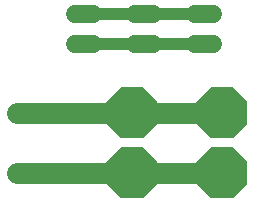
<source format=gbr>
G04 EAGLE Gerber RS-274X export*
G75*
%MOMM*%
%FSLAX34Y34*%
%LPD*%
%INTop Copper*%
%IPPOS*%
%AMOC8*
5,1,8,0,0,1.08239X$1,22.5*%
G01*
%ADD10C,1.524000*%
%ADD11P,4.673760X8X292.500000*%
%ADD12C,1.790700*%
%ADD13C,1.778000*%
%ADD14C,1.016000*%


D10*
X86360Y189230D02*
X71120Y189230D01*
X71120Y214630D02*
X86360Y214630D01*
X172720Y189230D02*
X187960Y189230D01*
X187960Y214630D02*
X172720Y214630D01*
X137160Y189230D02*
X121920Y189230D01*
X121920Y214630D02*
X137160Y214630D01*
D11*
X195580Y130410D03*
X195580Y80410D03*
X119380Y130410D03*
X119380Y80410D03*
D12*
X39434Y130410D02*
X21527Y130410D01*
X21527Y80410D02*
X39434Y80410D01*
D13*
X30480Y130410D02*
X30880Y130810D01*
X119380Y130810D01*
X119380Y130410D02*
X195580Y130410D01*
X119380Y80410D02*
X30480Y80410D01*
X119380Y80410D02*
X195580Y80410D01*
D14*
X129540Y189230D02*
X78740Y189230D01*
X129540Y189230D02*
X180340Y189230D01*
X129540Y214630D02*
X78740Y214630D01*
X129540Y214630D02*
X180340Y214630D01*
M02*

</source>
